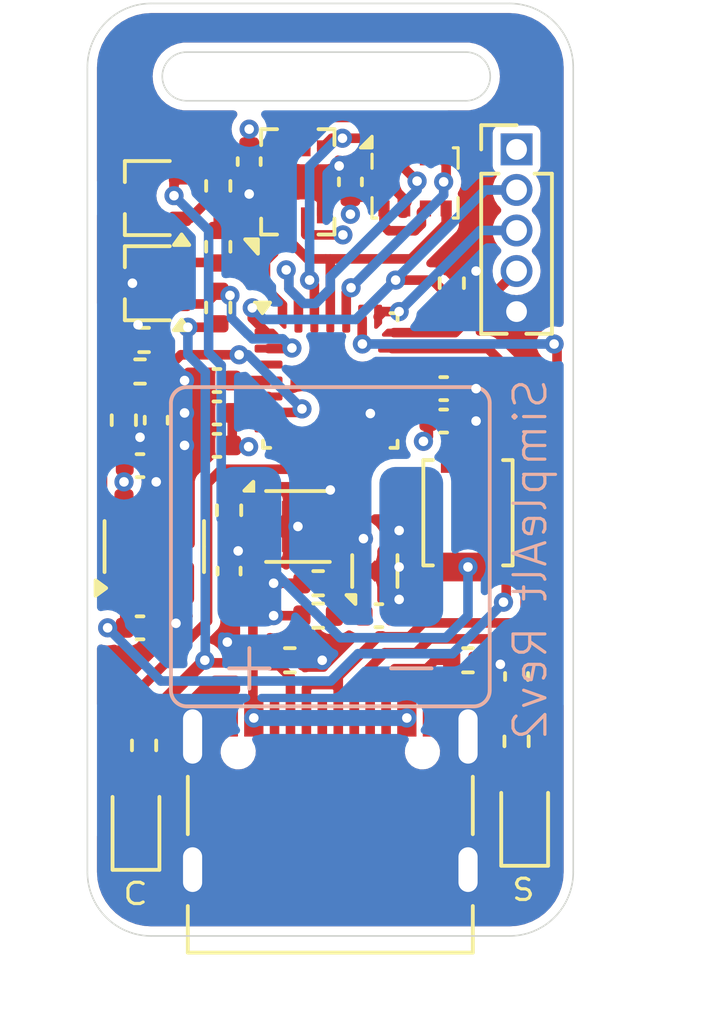
<source format=kicad_pcb>
(kicad_pcb (version 20221018) (generator pcbnew)
  (title_block (title "SimpleAlt") (date "2024-06-22") (rev "2") (company "Blueskin Design Ltd") (comment 1 "(C) 2024 Michael Turner"))
  (layers (0 "F.Cu" signal) (1 "In1.Cu" signal "3V3.Cu") (2 "In2.Cu" signal "GND.Cu") (31 "B.Cu" signal) (34 "B.Paste" user) (35 "F.Paste" user) (36 "B.SilkS" user "B.Silkscreen") (37 "F.SilkS" user "F.Silkscreen") (38 "B.Mask" user) (39 "F.Mask" user) (44 "Edge.Cuts" user))
  (net 0 "")
  (net 1 "/BATT-")
  (net 2 "GND")
  (net 3 "+3.3V")
  (net 4 "/BATT_SENSE")
  (net 5 "+5V")
  (net 6 "Net-(D2-A)")
  (net 7 "Net-(J1-CC1)")
  (net 9 "Net-(J1-CC2)")
  (net 11 "/LED")
  (net 12 "/FLASH_~{CS}")
  (net 13 "/SCK")
  (net 14 "/MISO")
  (net 15 "/MOSI")
  (net 16 "/BMP_~{CS}")
  (net 17 "Net-(U4-NRST)")
  (net 18 "/USB_N")
  (net 19 "/USB_P")
  (net 20 "/SWDIO")
  (net 21 "/SWDCLK")
  (net 23 "Net-(U5-VDD)")
  (net 24 "VBAT")
  (net 32 "Net-(D1-K)")
  (net 33 "Net-(D1-A)")
  (net 34 "Net-(U1-PROG)")
  (net 35 "Net-(U1-BAT)")
  (net 36 "Net-(Q2-D)")
  (net 37 "/STAY_ALIVE")
  (net 38 "Net-(Q1-D)")
  (net 39 "/BOOT")
  (net 40 "Net-(Q1-G)")
  (footprint "Resistor_SMD:R_0402_1005Metric" (layer "F.Cu") (at 145.8374 104.648 -90)
    (fp_text reference "R3" hide)
    (fp_text value "1k")
  )
  (footprint "Capacitor_SMD:C_0402_1005Metric" (layer "F.Cu") (at 152.908 110.109)
    (fp_text reference "C6" hide)
    (fp_text value "4u7")
  )
  (footprint "Capacitor_SMD:C_0402_1005Metric" (layer "F.Cu") (at 146.177 114.808 -90)
    (fp_text reference "C7" hide)
    (fp_text value "4u7")
  )
  (footprint "Resistor_SMD:R_0402_1005Metric" (layer "F.Cu") (at 143.51 107.569 180)
    (fp_text reference "R12" hide)
    (fp_text value "33k3")
  )
  (footprint "Resistor_SMD:R_0402_1005Metric" (layer "F.Cu") (at 148.971 116.205)
    (fp_text reference "R6" hide)
    (fp_text value "1k")
  )
  (footprint "Capacitor_SMD:C_0402_1005Metric" (layer "F.Cu") (at 150.876 116.205)
    (fp_text reference "C11" hide)
    (fp_text value "1u")
  )
  (footprint "Capacitor_SMD:C_0402_1005Metric" (layer "F.Cu") (at 146.807423 101.981 -90)
    (fp_text reference "C13" hide)
    (fp_text value "100n")
  )
  (footprint "Capacitor_SMD:C_0402_1005Metric" (layer "F.Cu") (at 143.891 110.081 -90)
    (fp_text reference "C4" hide)
    (fp_text value "100n")
  )
  (footprint "Package_LGA:Bosch_LGA-8_2x2.5mm_P0.65mm_ClockwisePinNumbering" (layer "F.Cu") (at 152.010423 102.65)
    (fp_text reference "U2" hide)
    (fp_text value "BMP280")
  )
  (footprint "LED_SMD:LED_0603_1608Metric" (layer "F.Cu") (at 143.256 122.682 90)
    (fp_text reference "D1" hide)
    (fp_text value "AMBER LED")
  )
  (footprint "Capacitor_SMD:C_0402_1005Metric" (layer "F.Cu") (at 155.194 118.11 90)
    (fp_text reference "C15" hide)
    (fp_text value "1u")
  )
  (footprint "LED_SMD:LED_0603_1608Metric" (layer "F.Cu") (at 155.448 122.555 90)
    (fp_text reference "D2" hide)
    (fp_text value "RED LED")
  )
  (footprint "Capacitor_SMD:C_0402_1005Metric" (layer "F.Cu") (at 149.982423 102.616 90)
    (fp_text reference "C5" hide)
    (fp_text value "100n")
  )
  (footprint "Package_TO_SOT_SMD:SOT-23-5" (layer "F.Cu") (at 143.83 114.0405 90)
    (fp_text reference "U6" hide)
    (fp_text value "TLV75533PDBV")
  )
  (footprint "Capacitor_SMD:C_0402_1005Metric" (layer "F.Cu") (at 152.908 109.093)
    (fp_text reference "C8" hide)
    (fp_text value "100n")
  )
  (footprint "Resistor_SMD:R_0402_1005Metric" (layer "F.Cu") (at 146.177 112.903 -90)
    (fp_text reference "R4" hide)
    (fp_text value "33k3")
  )
  (footprint "Footprints:Winbond_USON_8_EP_2x3mm" (layer "F.Cu") (at 148.331423 102.616 90)
    (fp_text reference "U3" hide)
    (fp_text value "W25Q16JVUXIQ")
  )
  (footprint "Package_DFN_QFN:QFN-28_4x4mm_P0.5mm" (layer "F.Cu") (at 149.352 108.839)
    (fp_text reference "U4" hide)
    (fp_text value "STM32F042G6Ux")
  )
  (footprint "Capacitor_SMD:C_0402_1005Metric" (layer "F.Cu") (at 143.383 111.506)
    (fp_text reference "C3" hide)
    (fp_text value "1u")
  )
  (footprint "Resistor_SMD:R_0402_1005Metric" (layer "F.Cu") (at 145.8374 106.553 90)
    (fp_text reference "R13" hide)
    (fp_text value "33k3")
  )
  (footprint "Package_TO_SOT_SMD:SOT-323_SC-70" (layer "F.Cu") (at 143.637 105.791 180)
    (fp_text reference "Q2" hide)
    (fp_text value "DMN3067LW")
  )
  (footprint "Button_Switch_SMD:SW_SPST_B3U-1000P" (layer "F.Cu") (at 153.67 112.981 -90)
    (fp_text reference "SW1" hide)
    (fp_text value "B3U-1000P")
  )
  (footprint "Resistor_SMD:R_0402_1005Metric" (layer "F.Cu") (at 153.67 117.602)
    (fp_text reference "R7" hide)
    (fp_text value "5k1")
  )
  (footprint "Resistor_SMD:R_0402_1005Metric" (layer "F.Cu") (at 155.194 120.142 -90)
    (fp_text reference "R10" hide)
    (fp_text value "1k")
  )
  (footprint "Connector_USB:USB_C_Receptacle_Palconn_UTC16-G" (layer "F.Cu") (at 149.352 121.92)
    (fp_text reference "J1" hide)
    (fp_text value "USB_C_Receptacle_USB2.0")
  )
  (footprint "Resistor_SMD:R_0402_1005Metric" (layer "F.Cu") (at 148.971 115.189 180)
    (fp_text reference "R5" hide)
    (fp_text value "1R")
  )
  (footprint "Resistor_SMD:R_0402_1005Metric" (layer "F.Cu") (at 153.162 105.789 90)
    (fp_text reference "R14" hide)
    (fp_text value "33k3")
  )
  (footprint "Capacitor_SMD:C_0402_1005Metric" (layer "F.Cu") (at 143.383 116.586)
    (fp_text reference "C1" hide)
    (fp_text value "1u")
  )
  (footprint "Connector_PinHeader_1.27mm:PinHeader_1x05_P1.27mm_Vertical" (layer "F.Cu") (at 155.194 101.6)
    (fp_text reference "J2" hide)
    (fp_text value "Conn_01x05_Pin")
  )
  (footprint "Capacitor_SMD:C_0402_1005Metric" (layer "F.Cu") (at 145.796 108.839 180)
    (fp_text reference "C9" hide)
    (fp_text value "100n")
  )
  (footprint "Capacitor_SMD:C_0402_1005Metric" (layer "F.Cu") (at 145.796 110.871 180)
    (fp_text reference "C10" hide)
    (fp_text value "1u")
  )
  (footprint "Resistor_SMD:R_0402_1005Metric" (layer "F.Cu") (at 142.875 110.081 -90)
    (fp_text reference "R2" hide)
    (fp_text value "33k3")
  )
  (footprint "Capacitor_SMD:C_0402_1005Metric" (layer "F.Cu") (at 145.796 109.855 180)
    (fp_text reference "C2" hide)
    (fp_text value "100n")
  )
  (footprint "Package_DFN_QFN:DFN-6-1EP_2x2mm_P0.65mm_EP1x1.6mm" (layer "F.Cu") (at 148.336 113.411)
    (fp_text reference "U1" hide)
    (fp_text value "WS4518")
  )
  (footprint "Resistor_SMD:R_0402_1005Metric" (layer "F.Cu") (at 145.8374 102.743 -90)
    (fp_text reference "R9" hide)
    (fp_text value "33k3")
  )
  (footprint "Resistor_SMD:R_0402_1005Metric" (layer "F.Cu") (at 143.51 120.269 -90)
    (fp_text reference "R11" hide)
    (fp_text value "1k")
  )
  (footprint "Resistor_SMD:R_0402_1005Metric" (layer "F.Cu") (at 143.383 108.557)
    (fp_text reference "R1" hide)
    (fp_text value "33k3")
  )
  (footprint "Resistor_SMD:R_0402_1005Metric" (layer "F.Cu") (at 148.082 117.602)
    (fp_text reference "R8" hide)
    (fp_text value "5k1")
  )
  (footprint "Package_TO_SOT_SMD:SOT-323_SC-70" (layer "F.Cu") (at 143.637 103.124 180)
    (fp_text reference "Q1" hide)
    (fp_text value "DMP2240UW")
  )
  (footprint "Package_DFN_QFN:UDFN-4-1EP_1x1mm_P0.65mm_EP0.48x0.48mm" (layer "F.Cu") (at 150.749 114.808 90)
    (fp_text reference "U5" hide)
    (fp_text value "XB6042")
  )
  (footprint "Footprints:Lipo 401010" (layer "B.Cu") (at 149.352 114.046)
    (fp_text reference "BT1" hide)
    (fp_text value "1s_Lipo" hide)
  )
  (gr_arc (start 154.972 97.028) (mid 156.386214 97.613786) (end 156.972 99.028) (stroke (width 0.05)) (layer "Edge.Cuts"))
  (gr_line (start 141.732 124.238) (end 141.732 99.028) (stroke (width 0.05)) (layer "Edge.Cuts"))
  (gr_arc (start 141.732 99.028) (mid 142.317786 97.613786) (end 143.732 97.028) (stroke (width 0.05)) (layer "Edge.Cuts"))
  (gr_line (start 144.8435 98.552) (end 153.6065 98.552) (stroke (width 0.05)) (layer "Edge.Cuts"))
  (gr_arc (start 153.6065 98.552) (mid 154.3685 99.314) (end 153.6065 100.076) (stroke (width 0.05)) (layer "Edge.Cuts"))
  (gr_line (start 143.732 97.028) (end 154.972 97.028) (stroke (width 0.05)) (layer "Edge.Cuts"))
  (gr_arc (start 156.972 124.238) (mid 156.386214 125.652214) (end 154.972 126.238) (stroke (width 0.05)) (layer "Edge.Cuts"))
  (gr_arc (start 144.8435 100.076) (mid 144.0815 99.314) (end 144.8435 98.552) (stroke (width 0.05)) (layer "Edge.Cuts"))
  (gr_line (start 154.972 126.238) (end 143.732 126.238) (stroke (width 0.05)) (layer "Edge.Cuts"))
  (gr_line (start 156.972 99.028) (end 156.972 124.238) (stroke (width 0.05)) (layer "Edge.Cuts"))
  (gr_arc (start 143.732 126.238) (mid 142.317786 125.652214) (end 141.732 124.238) (stroke (width 0.05)) (layer "Edge.Cuts"))
  (gr_line (start 144.8435 100.076) (end 153.6065 100.076) (stroke (width 0.05)) (layer "Edge.Cuts"))
  (gr_text "SimpleAlt Rev2" (at 156.21 108.712 90) (layer "B.SilkS") (effects (font (size 1 1) (thickness 0.1)) (justify left bottom mirror)))
  (gr_text "s" (at 154.94 125.222) (layer "F.SilkS") (effects (font (size 1 1) (thickness 0.1)) (justify left bottom)))
  (gr_text "c" (at 142.748 125.349) (layer "F.SilkS") (effects (font (size 1 1) (thickness 0.1)) (justify left bottom)))
  (segment (start 151.074 115.348) (end 151.074 115.923) (width 0.3) (layer "F.Cu") (net 1))
  (segment (start 151.074 115.923) (end 151.356 116.205) (width 0.3) (layer "F.Cu") (net 1))
  (via (at 151.511 114.681) (size 0.6) (drill 0.3) (layers "F.Cu" "B.Cu") (net 1))
  (via (at 151.511 113.538) (size 0.6) (drill 0.3) (layers "F.Cu" "B.Cu") (net 1))
  (via (at 151.511 115.697) (size 0.6) (drill 0.3) (layers "F.Cu" "B.Cu") (net 1))
  (segment (start 145.316 109.855) (end 144.78 109.855) (width 0.3) (layer "F.Cu") (net 2))
  (segment (start 154.4895 123.3425) (end 153.672 124.16) (width 0.3) (layer "F.Cu") (net 2))
  (segment (start 151.685423 103.171423) (end 151.035423 102.521423) (width 0.3) (layer "F.Cu") (net 2))
  (segment (start 154.686 117.729) (end 154.559 117.602) (width 0.3) (layer "F.Cu") (net 2))
  (segment (start 150.424 113.824) (end 150.424 114.268) (width 0.3) (layer "F.Cu") (net 2))
  (segment (start 151.035423 102.521423) (end 151.035423 101.85) (width 0.3) (layer "F.Cu") (net 2))
  (segment (start 153.162 105.279) (end 153.793 105.279) (width 0.3) (layer "F.Cu") (net 2))
  (segment (start 143.863 116.586) (end 143.863 115.211) (width 0.3) (layer "F.Cu") (net 2))
  (segment (start 146.177 115.288) (end 146.177 116.976345) (width 0.3) (layer "F.Cu") (net 2))
  (segment (start 149.652423 102.466) (end 149.982423 102.136) (width 0.3) (layer "F.Cu") (net 2))
  (segment (start 152.552 119.41) (end 153.092 119.41) (width 0.3) (layer "F.Cu") (net 2))
  (segment (start 153.092 119.41) (end 153.672 119.99) (width 0.3) (layer "F.Cu") (net 2))
  (segment (start 148.592 117.602) (end 149.098 117.602) (width 0.3) (layer "F.Cu") (net 2))
  (segment (start 153.388 110.109) (end 153.924 110.109) (width 0.3) (layer "F.Cu") (net 2))
  (segment (start 143.863 111.986) (end 143.891 112.014) (width 0.3) (layer "F.Cu") (net 2))
  (segment (start 153.388 109.093) (end 153.924 109.093) (width 0.3) (layer "F.Cu") (net 2))
  (segment (start 149.982423 102.136) (end 149.647753 102.136) (width 0.3) (layer "F.Cu") (net 2))
  (segment (start 154.785 117.63) (end 155.194 117.63) (width 0.4) (layer "F.Cu") (net 2))
  (segment (start 146.177 116.976345) (end 146.12082 117.032525) (width 0.3) (layer "F.Cu") (net 2))
  (segment (start 147.286 113.411) (end 146.179 113.411) (width 0.3) (layer "F.Cu") (net 2))
  (segment (start 154.686 117.729) (end 154.785 117.63) (width 0.4) (layer "F.Cu") (net 2))
  (segment (start 143.863 116.586) (end 144.36876 116.586) (width 0.3) (layer "F.Cu") (net 2))
  (segment (start 145.612 119.41) (end 145.032 119.99) (width 0.3) (layer "F.Cu") (net 2))
  (segment (start 149.605577 102.466) (end 149.652423 102.466) (width 0.3) (layer "F.Cu") (net 2))
  (segment (start 150.392 113.792) (end 150.424 113.824) (width 0.3) (layer "F.Cu") (net 2))
  (segment (start 149.352 112.727) (end 149.386 112.761) (width 0.3) (layer "F.Cu") (net 2))
  (segment (start 148.336 113.411) (end 148.986 112.761) (width 0.3) (layer "F.Cu") (net 2))
  (segment (start 149.982423 102.136) (end 150.749423 102.136) (width 0.3) (layer "F.Cu") (net 2))
  (segment (start 147.286 113.411) (end 148.336 113.411) (width 0.3) (layer "F.Cu") (net 2))
  (segment (start 143.357 110.591) (end 143.383 110.617) (width 0.3) (layer "F.Cu") (net 2))
  (segment (start 143.383 110.617) (end 143.409 110.591) (width 0.3) (layer "F.Cu") (net 2))
  (segment (start 151.2895 109.839) (end 150.641736 109.839) (width 0.3) (layer "F.Cu") (net 2))
  (segment (start 142.875 110.591) (end 143.357 110.591) (width 0.3) (layer "F.Cu") (net 2))
  (segment (start 143.863 111.506) (end 143.863 111.986) (width 0.3) (layer "F.Cu") (net 2))
  (segment (start 145.316 108.839) (end 144.78 108.839) (width 0.3) (layer "F.Cu") (net 2))
  (segment (start 146.962423 102.616) (end 149.455577 102.616) (width 0.3) (layer "F.Cu") (net 2))
  (segment (start 148.581423 102.616) (end 148.331423 102.616) (width 0.3) (layer "F.Cu") (net 2))
  (segment (start 143 107.411158) (end 143.320158 107.091) (width 0.3) (layer "F.Cu") (net 2))
  (segment (start 149.455577 102.616) (end 149.605577 102.466) (width 0.3) (layer "F.Cu") (net 2))
  (segment (start 150.749423 102.136) (end 151.035423 101.85) (width 0.3) (layer "F.Cu") (net 2))
  (segment (start 151.685423 103.45) (end 151.685423 103.171423) (width 0.3) (layer "F.Cu") (net 2))
  (segment (start 144.36876 116.586) (end 144.51088 116.44388) (width 0.3) (layer "F.Cu") (net 2))
  (segment (start 155.448 123.3425) (end 154.4895 123.3425) (width 0.3) (layer "F.Cu") (net 2))
  (segment (start 149.647753 102.136) (end 149.629846 102.118093) (width 0.3) (layer "F.Cu") (net 2))
  (segment (start 148.986 112.761) (end 149.386 112.761) (width 0.3) (layer "F.Cu") (net 2))
  (segment (start 149.081423 103.666) (end 149.081423 103.116) (width 0.3) (layer "F.Cu") (net 2))
  (segment (start 153.793 105.279) (end 153.924 105.41) (width 0.3) (layer "F.Cu") (net 2))
  (segment (start 143.409 110.591) (end 143.861 110.591) (width 0.3) (layer "F.Cu") (net 2))
  (segment (start 146.152 119.41) (end 145.612 119.41) (width 0.3) (layer "F.Cu") (net 2))
  (segment (start 146.807423 102.461) (end 146.962423 102.616) (width 0.3) (layer "F.Cu") (net 2))
  (segment (start 150.641736 109.839) (end 150.607712 109.873024) (width 0.3) (layer "F.Cu") (net 2))
  (segment (start 149.081423 103.116) (end 148.581423 102.616) (width 0.3) (layer "F.Cu") (net 2))
  (segment (start 149.352 112.268) (end 149.352 112.727) (width 0.3) (layer "F.Cu") (net 2))
  (segment (start 145.316 110.871) (end 144.78 110.871) (width 0.3) (layer "F.Cu") (net 2))
  (segment (start 143.145 105.791) (end 142.637 105.791) (width 0.3) (layer "F.Cu") (net 2))
  (segment (start 154.559 117.602) (end 154.18 117.602) (width 0.3) (layer "F.Cu") (net 2))
  (via (at 146.807423 102.997) (size 0.6) (drill 0.3) (layers "F.Cu" "B.Cu") (net 2))
  (via (at 150.392 113.792) (size 0.6) (drill 0.3) (layers "F.Cu" "B.Cu") (net 2))
  (via (at 149.629846 102.118093) (size 0.6) (drill 0.3) (layers "F.Cu" "B.Cu") (net 2))
  (via (at 143.145 105.791) (size 0.6) (drill 0.3) (layers "F.Cu" "B.Cu") (net 2))
  (via (at 153.924 105.41) (size 0.6) (drill 0.3) (layers "F.Cu" "B.Cu") (net 2))
  (via (at 149.352 112.268) (size 0.6) (drill 0.3) (layers "F.Cu" "B.Cu") (net 2))
  (via (at 149.098 117.602) (size 0.6) (drill 0.3) (layers "F.Cu" "B.Cu") (net 2))
  (via (at 146.12082 117.032525) (size 0.6) (drill 0.3) (layers "F.Cu" "B.Cu") (net 2))
  (via (at 153.924 109.093) (size 0.6) (drill 0.3) (layers "F.Cu" "B.Cu") (net 2))
  (via (at 153.924 110.109) (size 0.6) (drill 0.3) (layers "F.Cu" "B.Cu") (net 2))
  (via (at 144.78 110.871) (size 0.6) (drill 0.3) (layers "F.Cu" "B.Cu") (net 2))
  (via (at 150.607712 109.873024) (size 0.6) (drill 0.3) (layers "F.Cu" "B.Cu") (net 2))
  (via (at 143.320158 107.091) (size 0.6) (drill 0.3) (layers "F.Cu" "B.Cu") (net 2))
  (via (at 154.686 117.729) (size 0.6) (drill 0.3) (layers "F.Cu" "B.Cu") (net 2))
  (via (at 148.336 113.411) (size 0.6) (drill 0.3) (layers "F.Cu" "B.Cu") (net 2))
  (via (at 143.891 112.014) (size 0.6) (drill 0.3) (layers "F.Cu" "B.Cu") (net 2))
  (via (at 143.383 110.617) (size 0.6) (drill 0.3) (layers "F.Cu" "B.Cu") (net 2))
  (via (at 144.78 109.855) (size 0.6) (drill 0.3) (layers "F.Cu" "B.Cu") (net 2))
  (via (at 144.51088 116.44388) (size 0.6) (drill 0.3) (layers "F.Cu" "B.Cu") (net 2))
  (via (at 144.78 108.839) (size 0.6) (drill 0.3) (layers "F.Cu" "B.Cu") (net 2))
  (segment (start 152.428 110.589) (end 152.428 110.109) (width 0.3) (layer "F.Cu") (net 3))
  (segment (start 148.581423 104.266) (end 148.581423 103.666) (width 0.3) (layer "F.Cu") (net 3))
  (segment (start 152.323423 103.45) (end 152.210423 103.563) (width 0.3) (layer "F.Cu") (net 3))
  (segment (start 152.210423 103.563) (end 152.210423 103.944) (width 0.3) (layer "F.Cu") (net 3))
  (segment (start 146.807423 100.965) (end 146.807423 101.501) (width 0.3) (layer "F.Cu") (net 3))
  (segment (start 146.807423 101.501) (end 147.188423 101.501) (width 0.3) (layer "F.Cu") (net 3))
  (segment (start 149.982423 103.096) (end 149.982423 103.632) (width 0.3) (layer "F.Cu") (net 3))
  (segment (start 146.276 110.871) (end 146.748162 110.871) (width 0.3) (layer "F.Cu") (net 3))
  (segment (start 147.516423 101.501) (end 147.581423 101.566) (width 0.3) (layer "F.Cu") (net 3))
  (segment (start 149.982423 103.096) (end 150.681423 103.096) (width 0.3) (layer "F.Cu") (net 3))
  (segment (start 150.681423 103.096) (end 151.035423 103.45) (width 0.3) (layer "F.Cu") (net 3))
  (segment (start 152.210423 103.944) (end 152.006423 104.148) (width 0.3) (layer "F.Cu") (net 3))
  (segment (start 142.88 112.014) (end 142.88 111.575846) (width 0.3) (layer "F.Cu") (net 3))
  (segment (start 147.4145 109.339) (end 146.792 109.339) (width 0.3) (layer "F.Cu") (net 3))
  (segment (start 146.276 110.871) (end 146.276 109.855) (width 0.3) (layer "F.Cu") (net 3))
  (segment (start 152.174 108.839) (end 152.428 109.093) (width 0.3) (layer "F.Cu") (net 3))
  (segment (start 142.88 112.903) (end 142.88 111.529) (width 0.3) (layer "F.Cu") (net 3))
  (segment (start 148.592755 104.277332) (end 148.581423 104.266) (width 0.3) (layer "F.Cu") (net 3))
  (segment (start 151.035423 104) (end 151.035423 103.45) (width 0.3) (layer "F.Cu") (net 3))
  (segment (start 147.581423 101.566) (end 148.081423 101.566) (width 0.3) (layer "F.Cu") (net 3))
  (segment (start 149.74717 104.277332) (end 148.592755 104.277332) (width 0.3) (layer "F.Cu") (net 3))
  (segment (start 152.182 109.339) (end 152.428 109.093) (width 0.3) (layer "F.Cu") (net 3))
  (segment (start 151.2895 109.339) (end 152.182 109.339) (width 0.3) (layer "F.Cu") (net 3))
  (segment (start 146.792 109.339) (end 146.276 109.855) (width 0.3) (layer "F.Cu") (net 3))
  (segment (start 151.183423 104.148) (end 151.035423 104) (width 0.3) (layer "F.Cu") (net 3))
  (segment (start 151.2895 108.839) (end 152.174 108.839) (width 0.3) (layer "F.Cu") (net 3))
  (segment (start 152.273 110.744) (end 152.428 110.589) (width 0.3) (layer "F.Cu") (net 3))
  (segment (start 152.006423 104.148) (end 151.183423 104.148) (width 0.3) (layer "F.Cu") (net 3))
  (segment (start 152.428 109.093) (end 152.428 110.109) (width 0.3) (layer "F.Cu") (net 3))
  (segment (start 147.188423 101.501) (end 147.516423 101.501) (width 0.3) (layer "F.Cu") (net 3))
  (segment (start 146.748162 110.871) (end 146.789861 110.912699) (width 0.3) (layer "F.Cu") (net 3))
  (via (at 149.982423 103.632) (size 0.6) (drill 0.3) (layers "F.Cu" "B.Cu") (net 3))
  (via (at 149.74717 104.277332) (size 0.6) (drill 0.3) (layers "F.Cu" "B.Cu") (net 3))
  (via (at 146.807423 100.965) (size 0.6) (drill 0.3) (layers "F.Cu" "B.Cu") (net 3))
  (via (at 142.88 112.014) (size 0.6) (drill 0.3) (layers "F.Cu" "B.Cu") (net 3))
  (via (at 146.789861 110.912699) (size 0.6) (drill 0.3) (layers "F.Cu" "B.Cu") (net 3))
  (via (at 152.273 110.744) (size 0.6) (drill 0.3) (layers "F.Cu" "B.Cu") (net 3))
  (segment (start 142.875 109.571) (end 143.861 109.571) (width 0.3) (layer "F.Cu") (net 4))
  (segment (start 144.142761 108.557) (end 143.893 108.557) (width 0.3) (layer "F.Cu") (net 4))
  (segment (start 146.492363 108.033585) (end 144.666176 108.033585) (width 0.3) (layer "F.Cu") (net 4))
  (segment (start 144.666176 108.033585) (end 144.142761 108.557) (width 0.3) (layer "F.Cu") (net 4))
  (segment (start 147.4145 109.839) (end 148.352 109.839) (width 0.3) (layer "F.Cu") (net 4))
  (segment (start 148.352 109.839) (end 148.463 109.728) (width 0.3) (layer "F.Cu") (net 4))
  (segment (start 143.891 109.601) (end 143.891 108.559) (width 0.3) (layer "F.Cu") (net 4))
  (via (at 148.463 109.728) (size 0.6) (drill 0.3) (layers "F.Cu" "B.Cu") (net 4))
  (via (at 146.492363 108.033585) (size 0.6) (drill 0.3) (layers "F.Cu" "B.Cu") (net 4))
  (segment (start 146.492363 108.033585) (end 146.768585 108.033585) (width 0.3) (layer "B.Cu") (net 4))
  (segment (start 146.768585 108.033585) (end 148.463 109.728) (width 0.3) (layer "B.Cu") (net 4))
  (segment (start 146.843475 117.682525) (end 146.924 117.602) (width 0.3) (layer "F.Cu") (net 5))
  (segment (start 155.034 118.43) (end 155.194 118.59) (width 0.4) (layer "F.Cu") (net 5))
  (segment (start 146.924 119.382) (end 146.924 117.602) (width 0.3) (layer "F.Cu") (net 5))
  (segment (start 151.752 118.53) (end 151.852 118.43) (width 0.4) (layer "F.Cu") (net 5))
  (segment (start 144.884125 107.170223) (end 145.730177 107.170223) (width 0.3) (layer "F.Cu") (net 5))
  (segment (start 151.852 118.43) (end 155.034 118.43) (width 0.4) (layer "F.Cu") (net 5))
  (segment (start 145.495525 117.682525) (end 146.843475 117.682525) (width 0.3) (layer "F.Cu") (net 5))
  (segment (start 147.286 114.461) (end 147.286 114.061) (width 0.3) (layer "F.Cu") (net 5))
  (segment (start 146.924 114.823) (end 147.286 114.461) (width 0.3) (layer "F.Cu") (net 5))
  (segment (start 143.51 119.759) (end 143.51 119.507) (width 0.4) (layer "F.Cu") (net 5))
  (segment (start 151.752 119.41) (end 151.752 118.53) (width 0.4) (layer "F.Cu") (net 5))
  (segment (start 143.51 119.507) (end 145.415 117.602) (width 0.4) (layer "F.Cu") (net 5))
  (segment (start 145.415 117.602) (end 145.495525 117.682525) (width 0.3) (layer "F.Cu") (net 5))
  (segment (start 146.924 117.602) (end 146.924 114.823) (width 0.3) (layer "F.Cu") (net 5))
  (via (at 145.415 117.602) (size 0.6) (drill 0.3) (layers "F.Cu" "B.Cu") (net 5))
  (via (at 146.952 119.41) (size 0.6) (drill 0.3) (layers "F.Cu" "B.Cu") (net 5))
  (via (at 151.752 119.41) (size 0.6) (drill 0.3) (layers "F.Cu" "B.Cu") (net 5))
  (via (at 144.884125 107.170223) (size 0.6) (drill 0.3) (layers "F.Cu" "B.Cu") (net 5))
  (segment (start 144.884125 108.023886) (end 145.43 108.569761) (width 0.3) (layer "B.Cu") (net 5))
  (segment (start 146.952 119.41) (end 151.752 119.41) (width 0.5) (layer "B.Cu") (net 5))
  (segment (start 144.884125 107.170223) (end 144.884125 108.023886) (width 0.3) (layer "B.Cu") (net 5))
  (segment (start 145.43 108.569761) (end 145.43 117.698761) (width 0.3) (layer "B.Cu") (net 5))
  (segment (start 155.194 120.652) (end 155.194 121.5135) (width 0.3) (layer "F.Cu") (net 6))
  (segment (start 148.102 119.41) (end 148.102 118.132) (width 0.3) (layer "F.Cu") (net 7))
  (segment (start 148.102 118.132) (end 147.572 117.602) (width 0.3) (layer "F.Cu") (net 7))
  (segment (start 152.374342 117.865) (end 152.637342 117.602) (width 0.3) (layer "F.Cu") (net 9))
  (segment (start 152.637342 117.602) (end 153.16 117.602) (width 0.3) (layer "F.Cu") (net 9))
  (segment (start 151.375 117.865) (end 152.374342 117.865) (width 0.3) (layer "F.Cu") (net 9))
  (segment (start 151.102 118.138) (end 151.375 117.865) (width 0.3) (layer "F.Cu") (net 9))
  (segment (start 151.102 119.41) (end 151.102 118.138) (width 0.3) (layer "F.Cu") (net 9))
  (segment (start 150.352 106.9015) (end 150.352 107.688637) (width 0.3) (layer "F.Cu") (net 11))
  (segment (start 150.352 107.688637) (end 150.357796 107.694433) (width 0.3) (layer "F.Cu") (net 11))
  (segment (start 156.464 118.362) (end 155.194 119.632) (width 0.3) (layer "F.Cu") (net 11))
  (segment (start 156.464 107.788) (end 156.464 118.362) (width 0.3) (layer "F.Cu") (net 11))
  (segment (start 156.372 107.696) (end 156.464 107.788) (width 0.3) (layer "F.Cu") (net 11))
  (via (at 156.372 107.696) (size 0.6) (drill 0.3) (layers "F.Cu" "B.Cu") (net 11))
  (via (at 150.357796 107.694433) (size 0.6) (drill 0.3) (layers "F.Cu" "B.Cu") (net 11))
  (segment (start 156.372 107.696) (end 156.370433 107.694433) (width 0.3) (layer "B.Cu") (net 11))
  (segment (start 156.370433 107.694433) (end 150.357796 107.694433) (width 0.3) (layer "B.Cu") (net 11))
  (segment (start 147.581423 104.841699) (end 147.581423 103.666) (width 0.3) (layer "F.Cu") (net 12))
  (segment (start 147.318691 105.104431) (end 147.581423 104.841699) (width 0.3) (layer "F.Cu") (net 12))
  (segment (start 147.852 106.469801) (end 147.318691 105.936492) (width 0.3) (layer "F.Cu") (net 12))
  (segment (start 147.318691 105.936492) (end 147.318691 105.104431) (width 0.3) (layer "F.Cu") (net 12))
  (segment (start 147.852 106.8415) (end 147.852 106.469801) (width 0.3) (layer "F.Cu") (net 12))
  (segment (start 152.985423 101.85) (end 152.985423 102.538577) (width 0.3) (layer "F.Cu") (net 13))
  (segment (start 149.082 100.6) (end 152.411423 100.6) (width 0.3) (layer "F.Cu") (net 13))
  (segment (start 150.002 105.933) (end 149.852 106.083) (width 0.3) (layer "F.Cu") (net 13))
  (segment (start 149.852 106.083) (end 149.852 106.9015) (width 0.3) (layer "F.Cu") (net 13))
  (segment (start 152.985423 102.538577) (end 152.908 102.616) (width 0.3) (layer "F.Cu") (net 13))
  (segment (start 152.985423 101.174) (end 152.985423 101.85) (width 0.3) (layer "F.Cu") (net 13))
  (segment (start 148.581423 101.566) (end 148.581423 101.100577) (width 0.3) (layer "F.Cu") (net 13))
  (segment (start 148.581423 101.100577) (end 149.082 100.6) (width 0.3) (layer "F.Cu") (net 13))
  (segment (start 152.411423 100.6) (end 152.985423 101.174) (width 0.3) (layer "F.Cu") (net 13))
  (via (at 150.002 105.933) (size 0.6) (drill 0.3) (layers "F.Cu" "B.Cu") (net 13))
  (via (at 152.908 102.616) (size 0.6) (drill 0.3) (layers "F.Cu" "B.Cu") (net 13))
  (segment (start 152.908 102.616) (end 152.908 103.027) (width 0.3) (layer "B.Cu") (net 13))
  (segment (start 152.908 103.027) (end 150.002 105.933) (width 0.3) (layer "B.Cu") (net 13))
  (segment (start 149.21 105.029) (end 151.881423 105.029) (width 0.3) (layer "F.Cu") (net 14))
  (segment (start 152.985423 103.925) (end 152.985423 103.45) (width 0.3) (layer "F.Cu") (net 14))
  (segment (start 148.081423 103.666) (end 148.081423 104.473106) (width 0.3) (layer "F.Cu") (net 14))
  (segment (start 148.637317 105.029) (end 149.21 105.029) (width 0.3) (layer "F.Cu") (net 14))
  (segment (start 149.352 105.029) (end 149.352 106.9015) (width 0.3) (layer "F.Cu") (net 14))
  (segment (start 148.081423 104.473106) (end 148.637317 105.029) (width 0.3) (layer "F.Cu") (net 14))
  (segment (start 151.881423 105.029) (end 152.985423 103.925) (width 0.3) (layer "F.Cu") (net 14))
  (segment (start 152.031423 101.25) (end 152.335423 101.554) (width 0.3) (layer "F.Cu") (net 15))
  (segment (start 149.397423 101.25) (end 152.031423 101.25) (width 0.3) (layer "F.Cu") (net 15))
  (segment (start 148.852 105.843455) (end 148.852 106.9015) (width 0.3) (layer "F.Cu") (net 15))
  (segment (start 152.335423 101.554) (end 152.335423 101.85) (width 0.3) (layer "F.Cu") (net 15))
  (segment (start 149.081423 101.566) (end 149.397423 101.25) (width 0.3) (layer "F.Cu") (net 15))
  (segment (start 148.702 105.693455) (end 148.852 105.843455) (width 0.3) (layer "F.Cu") (net 15))
  (via (at 149.733 101.25) (size 0.6) (drill 0.3) (layers "F.Cu" "B.Cu") (net 15))
  (via (at 148.702 105.693455) (size 0.6) (drill 0.3) (layers "F.Cu" "B.Cu") (net 15))
  (segment (start 149.5787 101.25) (end 148.702 102.1267) (width 0.3) (layer "B.Cu") (net 15))
  (segment (start 149.733 101.25) (end 149.5787 101.25) (width 0.3) (layer "B.Cu") (net 15))
  (segment (start 148.702 102.1267) (end 148.702 105.693455) (width 0.3) (layer "B.Cu") (net 15))
  (segment (start 148.352 106.262694) (end 148.352 106.9015) (width 0.3) (layer "F.Cu") (net 16))
  (segment (start 152.073742 102.59243) (end 151.685423 102.204111) (width 0.3) (layer "F.Cu") (net 16))
  (segment (start 151.685423 102.204111) (end 151.685423 101.85) (width 0.3) (layer "F.Cu") (net 16))
  (segment (start 147.968691 105.37367) (end 148.052 105.456979) (width 0.3) (layer "F.Cu") (net 16))
  (segment (start 148.052 105.962694) (end 148.352 106.262694) (width 0.3) (layer "F.Cu") (net 16))
  (segment (start 148.052 105.456979) (end 148.052 105.962694) (width 0.3) (layer "F.Cu") (net 16))
  (via (at 147.968691 105.37367) (size 0.6) (drill 0.3) (layers "F.Cu" "B.Cu") (net 16))
  (via (at 152.073742 102.59243) (size 0.6) (drill 0.3) (layers "F.Cu" "B.Cu") (net 16))
  (segment (start 149.352 105.591742) (end 149.352 105.962694) (width 0.3) (layer "B.Cu") (net 16))
  (segment (start 152.073742 102.59243) (end 152.073742 102.87) (width 0.3) (layer "B.Cu") (net 16))
  (segment (start 152.073742 102.87) (end 149.352 105.591742) (width 0.3) (layer "B.Cu") (net 16))
  (segment (start 148.052 105.962694) (end 148.052 105.456979) (width 0.3) (layer "B.Cu") (net 16))
  (segment (start 148.052 105.456979) (end 147.968691 105.37367) (width 0.3) (layer "B.Cu") (net 16))
  (segment (start 149.352 105.962694) (end 148.888694 106.426) (width 0.3) (layer "B.Cu") (net 16))
  (segment (start 148.888694 106.426) (end 148.515306 106.426) (width 0.3) (layer "B.Cu") (net 16))
  (segment (start 148.515306 106.426) (end 148.052 105.962694) (width 0.3) (layer "B.Cu") (net 16))
  (segment (start 147.4145 108.839) (end 146.276 108.839) (width 0.3) (layer "F.Cu") (net 17))
  (segment (start 148.718 118.364) (end 148.602 118.48) (width 0.3) (layer "F.Cu") (net 18))
  (segment (start 150.984154 116.84) (end 150.876 116.84) (width 0.3) (layer "F.Cu") (net 18))
  (segment (start 151.2895 108.339) (end 154.089239 108.339) (width 0.3) (layer "F.Cu") (net 18))
  (segment (start 154.089239 108.339) (end 155.464 109.713761) (width 0.3) (layer "F.Cu") (net 18))
  (segment (start 149.602 118.48) (end 149.486 118.364) (width 0.3) (layer "F.Cu") (net 18))
  (segment (start 151.009154 116.865) (end 150.984154 116.84) (width 0.3) (layer "F.Cu") (net 18))
  (segment (start 149.486 118.364) (end 148.718 118.364) (width 0.3) (layer "F.Cu") (net 18))
  (segment (start 155.275894 116.432) (end 152.266129 116.432) (width 0.3) (layer "F.Cu") (net 18))
  (segment (start 151.833129 116.865) (end 151.009154 116.865) (width 0.3) (layer "F.Cu") (net 18))
  (segment (start 149.602 118.745) (end 149.602 118.48) (width 0.3) (layer "F.Cu") (net 18))
  (segment (start 155.464 109.713761) (end 155.464 116.243894) (width 0.3) (layer "F.Cu") (net 18))
  (segment (start 149.602 118.114) (end 149.602 118.745) (width 0.3) (layer "F.Cu") (net 18))
  (segment (start 148.602 118.48) (end 148.602 119.41) (width 0.3) (layer "F.Cu") (net 18))
  (segment (start 149.602 118.745) (end 149.602 119.41) (width 0.3) (layer "F.Cu") (net 18))
  (segment (start 152.266129 116.432) (end 151.833129 116.865) (width 0.3) (layer "F.Cu") (net 18))
  (segment (start 155.464 116.243894) (end 155.275894 116.432) (width 0.3) (layer "F.Cu") (net 18))
  (segment (start 150.876 116.84) (end 149.602 118.114) (width 0.3) (layer "F.Cu") (net 18))
  (segment (start 155.483 116.932) (end 155.964 116.451) (width 0.3) (layer "F.Cu") (net 19))
  (segment (start 155.964 116.451) (end 155.964 109.506655) (width 0.3) (layer "F.Cu") (net 19))
  (segment (start 155.964 109.506655) (end 154.296345 107.839) (width 0.3) (layer "F.Cu") (net 19))
  (segment (start 151.058106 117.365) (end 152.040236 117.365) (width 0.3) (layer "F.Cu") (net 19))
  (segment (start 152.040236 117.365) (end 152.473236 116.932) (width 0.3) (layer "F.Cu") (net 19))
  (segment (start 154.296345 107.839) (end 151.2895 107.839) (width 0.3) (layer "F.Cu") (net 19))
  (segment (start 150.102 120.34) (end 149.102 120.34) (width 0.3) (layer "F.Cu") (net 19))
  (segment (start 149.102 120.34) (end 149.102 119.41) (width 0.3) (layer "F.Cu") (net 19))
  (segment (start 150.102 118.321106) (end 151.058106 117.365) (width 0.3) (layer "F.Cu") (net 19))
  (segment (start 150.102 119.41) (end 150.102 118.321106) (width 0.3) (layer "F.Cu") (net 19))
  (segment (start 150.102 119.41) (end 150.102 120.34) (width 0.3) (layer "F.Cu") (net 19))
  (segment (start 152.473236 116.932) (end 155.483 116.932) (width 0.3) (layer "F.Cu") (net 19))
  (segment (start 151.3495 107.339) (end 153.265 107.339) (width 0.3) (layer "F.Cu") (net 20))
  (segment (start 153.265 107.339) (end 155.194 105.41) (width 0.3) (layer "F.Cu") (net 20))
  (segment (start 150.852 106.8415) (end 151.0135 106.68) (width 0.3) (layer "F.Cu") (net 21))
  (segment (start 151.0135 106.68) (end 151.511 106.68) (width 0.3) (layer "F.Cu") (net 21))
  (via (at 151.511 106.68) (size 0.6) (drill 0.3) (layers "F.Cu" "B.Cu") (net 21))
  (segment (start 151.511 106.68) (end 154.051 104.14) (width 0.3) (layer "B.Cu") (net 21))
  (segment (start 154.051 104.14) (end 155.194 104.14) (width 0.3) (layer "B.Cu") (net 21))
  (segment (start 150.396 116.205) (end 149.481 116.205) (width 0.3) (layer "F.Cu") (net 23))
  (segment (start 150.424 115.348) (end 150.424 116.177) (width 0.3) (layer "F.Cu") (net 23))
  (segment (start 145.5964 102.474) (end 145.8374 102.233) (width 0.3) (layer "F.Cu") (net 24))
  (segment (start 144.448964 102.662036) (end 144.637 102.474) (width 0.3) (layer "F.Cu") (net 24))
  (segment (start 144.448964 103.049001) (end 144.448964 102.662036) (width 0.3) (layer "F.Cu") (net 24))
  (segment (start 148.461 116.205) (end 147.574 116.205) (width 0.3) (layer "F.Cu") (net 24))
  (segment (start 148.461 115.189) (end 147.574 115.189) (width 0.3) (layer "F.Cu") (net 24))
  (segment (start 146.310939 114.328) (end 146.461411 114.177528) (width 0.3) (layer "F.Cu") (net 24))
  (segment (start 144.637 102.474) (end 145.5964 102.474) (width 0.3) (layer "F.Cu") (net 24))
  (via (at 144.448964 103.049001) (size 0.6) (drill 0.3) (layers "F.Cu" "B.Cu") (net 24))
  (via (at 146.461411 114.177528) (size 0.6) (drill 0.3) (layers "F.Cu" "B.Cu") (net 24))
  (via (at 147.574 115.189) (size 0.6) (drill 0.3) (layers "F.Cu" "B.Cu") (net 24))
  (via (at 153.67 114.681) (size 0.6) (drill 0.3) (layers "F.Cu" "B.Cu") (net 24))
  (via (at 147.574 116.205) (size 0.6) (drill 0.3) (layers "F.Cu" "B.Cu") (net 24))
  (segment (start 145.534 104.134037) (end 145.534 107.966655) (width 0.3) (layer "B.Cu") (net 24))
  (segment (start 153.67 116.205) (end 153.67 114.681) (width 0.3) (layer "B.Cu") (net 24))
  (segment (start 149.662 116.896) (end 152.979 116.896) (width 0.3) (layer "B.Cu") (net 24))
  (segment (start 144.448964 103.049001) (end 145.534 104.134037) (width 0.3) (layer "B.Cu") (net 24))
  (segment (start 145.534 107.966655) (end 145.93 108.362655) (width 0.3) (layer "B.Cu") (net 24))
  (segment (start 152.979 116.896) (end 153.67 116.205) (width 0.3) (layer "B.Cu") (net 24))
  (segment (start 145.93 113.164) (end 146.812 114.046) (width 0.3) (layer "B.Cu") (net 24))
  (segment (start 145.93 108.362655) (end 145.93 113.164) (width 0.3) (layer "B.Cu") (net 24))
  (segment (start 146.812 114.046) (end 149.662 116.896) (width 0.3) (layer "B.Cu") (net 24))
  (segment (start 145.502 116.372) (end 142.367 119.507) (width 0.3) (layer "F.Cu") (net 32))
  (segment (start 149.853761 113.411) (end 150.234761 113.03) (width 0.3) (layer "F.Cu") (net 32))
  (segment (start 150.234761 112.231522) (end 149.621239 111.618) (width 0.3) (layer "F.Cu") (net 32))
  (segment (start 145.938 111.618) (end 145.502 112.054) (width 0.3) (layer "F.Cu") (net 32))
  (segment (start 142.367 122.5805) (end 143.256 123.4695) (width 0.3) (layer "F.Cu") (net 32))
  (segment (start 149.621239 111.618) (end 145.938 111.618) (width 0.3) (layer "F.Cu") (net 32))
  (segment (start 142.367 119.507) (end 142.367 122.5805) (width 0.3) (layer "F.Cu") (net 32))
  (segment (start 145.502 112.054) (end 145.502 116.372) (width 0.3) (layer "F.Cu") (net 32))
  (segment (start 149.386 113.411) (end 149.853761 113.411) (width 0.3) (layer "F.Cu") (net 32))
  (segment (start 150.234761 113.03) (end 150.234761 112.231522) (width 0.3) (layer "F.Cu") (net 32))
  (segment (start 143.256 121.8945) (end 143.256 121.033) (width 0.3) (layer "F.Cu") (net 33))
  (segment (start 143.256 121.033) (end 143.51 120.779) (width 0.3) (layer "F.Cu") (net 33))
  (segment (start 146.918 112.393) (end 147.286 112.761) (width 0.3) (layer "F.Cu") (net 34))
  (segment (start 146.177 112.393) (end 146.918 112.393) (width 0.3) (layer "F.Cu") (net 34))
  (segment (start 149.386 114.061) (end 149.386 115.094) (width 0.3) (layer "F.Cu") (net 35))
  (segment (start 144.637 105.141) (end 145.8204 105.141) (width 0.3) (layer "F.Cu") (net 36))
  (segment (start 147.937096 107.839) (end 147.4145 107.839) (width 0.3) (layer "F.Cu") (net 37))
  (segment (start 147.954747 107.821349) (end 147.937096 107.839) (width 0.3) (layer "F.Cu") (net 37))
  (segment (start 144.384 106.441) (end 144.018 106.807) (width 0.3) (layer "F.Cu") (net 37))
  (segment (start 146.204737 106.173281) (end 146.074456 106.043) (width 0.3) (layer "F.Cu") (net 37))
  (segment (start 144.637 106.441) (end 144.384 106.441) (width 0.3) (layer "F.Cu") (net 37))
  (segment (start 146.074456 106.043) (end 145.8374 106.043) (width 0.3) (layer "F.Cu") (net 37))
  (segment (start 145.4394 106.441) (end 144.637 106.441) (width 0.3) (layer "F.Cu") (net 37))
  (segment (start 148.147522 107.821349) (end 147.954747 107.821349) (width 0.3) (layer "F.Cu") (net 37))
  (segment (start 144.018 106.807) (end 144.018 107.567) (width 0.3) (layer "F.Cu") (net 37))
  (segment (start 145.8374 106.043) (end 145.4394 106.441) (width 0.3) (layer "F.Cu") (net 37))
  (via (at 146.204737 106.173281) (size 0.6) (drill 0.3) (layers "F.Cu" "B.Cu") (net 37))
  (via (at 148.147522 107.821349) (size 0.6) (drill 0.3) (layers "F.Cu" "B.Cu") (net 37))
  (segment (start 146.252333 106.882333) (end 146.753585 107.383585) (width 0.3) (layer "B.Cu") (net 37))
  (segment (start 147.859758 107.533585) (end 148.147522 107.821349) (width 0.3) (layer "B.Cu") (net 37))
  (segment (start 146.753585 107.383585) (end 146.761602 107.383585) (width 0.3) (layer "B.Cu") (net 37))
  (segment (start 146.252333 106.220877) (end 146.252333 106.882333) (width 0.3) (layer "B.Cu") (net 37))
  (segment (start 146.761602 107.383585) (end 146.911602 107.533585) (width 0.3) (layer "B.Cu") (net 37))
  (segment (start 146.911602 107.533585) (end 147.859758 107.533585) (width 0.3) (layer "B.Cu") (net 37))
  (segment (start 146.204737 106.173281) (end 146.252333 106.220877) (width 0.3) (layer "B.Cu") (net 37))
  (segment (start 142.24 107.924) (end 142.24 107.076761) (width 0.3) (layer "F.Cu") (net 38))
  (segment (start 144.429999 114.1655) (end 143.468738 114.1655) (width 0.3) (layer "F.Cu") (net 38))
  (segment (start 144.78 115.178) (end 144.78 114.515501) (width 0.3) (layer "F.Cu") (net 38))
  (segment (start 143.414239 106.441) (end 143.795 106.060239) (width 0.3) (layer "F.Cu") (net 38))
  (segment (start 142.88 115.178) (end 142.205 114.503) (width 0.3) (layer "F.Cu") (net 38))
  (segment (start 154.87 115.695554) (end 154.87 112.481) (width 0.3) (layer "F.Cu") (net 38))
  (segment (start 142.205 114.503) (end 142.205 109.225) (width 0.3) (layer "F.Cu") (net 38))
  (segment (start 142.903 116.586) (end 142.903 115.201) (width 0.3) (layer "F.Cu") (net 38))
  (segment (start 144.78 114.515501) (end 144.429999 114.1655) (width 0.3) (layer "F.Cu") (net 38))
  (segment (start 143.795 104.282) (end 142.637 103.124) (width 0.3) (layer "F.Cu") (net 38))
  (segment (start 154.87 112.481) (end 153.67 111.281) (width 0.3) (layer "F.Cu") (net 38))
  (segment (start 142.205 109.225) (end 142.873 108.557) (width 0.3) (layer "F.Cu") (net 38))
  (segment (start 142.367 116.586) (end 142.903 116.586) (width 0.3) (layer "F.Cu") (net 38))
  (segment (start 143.468738 114.1655) (end 142.88 114.754238) (width 0.3) (layer "F.Cu") (net 38))
  (segment (start 142.873 108.557) (end 142.24 107.924) (width 0.3) (layer "F.Cu") (net 38))
  (segment (start 142.24 107.076761) (end 142.875761 106.441) (width 0.3) (layer "F.Cu") (net 38))
  (segment (start 143.795 106.060239) (end 143.795 104.282) (width 0.3) (layer "F.Cu") (net 38))
  (segment (start 154.783554 115.782) (end 154.87 115.695554) (width 0.3) (layer "F.Cu") (net 38))
  (segment (start 142.875761 106.441) (end 143.414239 106.441) (width 0.3) (layer "F.Cu") (net 38))
  (via (at 142.367 116.586) (size 0.6) (drill 0.3) (layers "F.Cu" "B.Cu") (net 38))
  (via (at 154.783554 115.782) (size 0.6) (drill 0.3) (layers "F.Cu" "B.Cu") (net 38))
  (segment (start 150.223239 117.396) (end 149.367239 118.252) (width 0.3) (layer "B.Cu") (net 38))
  (segment (start 149.367239 118.252) (end 144.033 118.252) (width 0.3) (layer "B.Cu") (net 38))
  (segment (start 154.783554 115.798553) (end 153.186107 117.396) (width 0.3) (layer "B.Cu") (net 38))
  (segment (start 144.033 118.252) (end 142.367 116.586) (width 0.3) (layer "B.Cu") (net 38))
  (segment (start 153.186107 117.396) (end 150.223239 117.396) (width 0.3) (layer "B.Cu") (net 38))
  (segment (start 154.783554 115.782) (end 154.783554 115.798553) (width 0.3) (layer "B.Cu") (net 38))
  (segment (start 146.903262 106.887762) (end 147.3545 107.339) (width 0.3) (layer "F.Cu") (net 39))
  (segment (start 153.162 106.299) (end 152.557 105.694) (width 0.3) (layer "F.Cu") (net 39))
  (segment (start 146.903262 106.563239) (end 146.903262 106.887762) (width 0.3) (layer "F.Cu") (net 39))
  (segment (start 152.557 105.694) (end 151.400664 105.694) (width 0.3) (layer "F.Cu") (net 39))
  (via (at 146.903262 106.563239) (size 0.6) (drill 0.3) (layers "F.Cu" "B.Cu") (net 39))
  (via (at 151.400664 105.694) (size 0.6) (drill 0.3) (layers "F.Cu" "B.Cu") (net 39))
  (segment (start 147.266023 106.926) (end 150.155327 106.926) (width 0.3) (layer "B.Cu") (net 39))
  (segment (start 150.155327 106.926) (end 154.211327 102.87) (width 0.3) (layer "B.Cu") (net 39))
  (segment (start 154.211327 102.87) (end 155.194 102.87) (width 0.3) (layer "B.Cu") (net 39))
  (segment (start 146.903262 106.563239) (end 147.266023 106.926) (width 0.3) (layer "B.Cu") (net 39))
  (segment (start 144.939761 103.774) (end 145.460761 103.253) (width 0.3) (layer "F.Cu") (net 40))
  (segment (start 144.637 103.774) (end 144.939761 103.774) (width 0.3) (layer "F.Cu") (net 40))
  (segment (start 145.8374 103.253) (end 145.8374 104.138) (width 0.3) (layer "F.Cu") (net 40))
  (segment (start 145.460761 103.253) (end 145.8374 103.253) (width 0.3) (layer "F.Cu") (net 40))
  (zone (net 2) (net_name "GND") (layer "F.Cu") (priority 3) (connect_pads yes (clearance 0.25)) (min_thickness 0.25) (fill yes (thermal_gap 0.5) (thermal_bridge_width 0.5))
    (polygon (pts (xy 141.732 97.028) (xy 156.972 97.028) (xy 156.972 126.238) (xy 141.732 126.238)))
  )
  (zone (net 1) (net_name "/BATT-") (layer "F.Cu") (priority 11) (connect_pads yes (clearance 0.25)) (min_thickness 0.25) (fill yes (thermal_gap 0.5) (thermal_bridge_width 0.5))
    (polygon (pts (xy 149.86 116.205) (xy 149.86 113.03) (xy 152.019 113.03) (xy 152.019 116.205)))
  )
  (zone (net 2) (net_name "GND") (layer "B.Cu") (priority 4) (connect_pads yes (clearance 0.25)) (min_thickness 0.25) (fill yes (thermal_gap 0.5) (thermal_bridge_width 0.5))
    (polygon (pts (xy 141.732 97.028) (xy 156.972 97.028) (xy 156.972 126.238) (xy 141.732 126.238)))
  )
)
</source>
